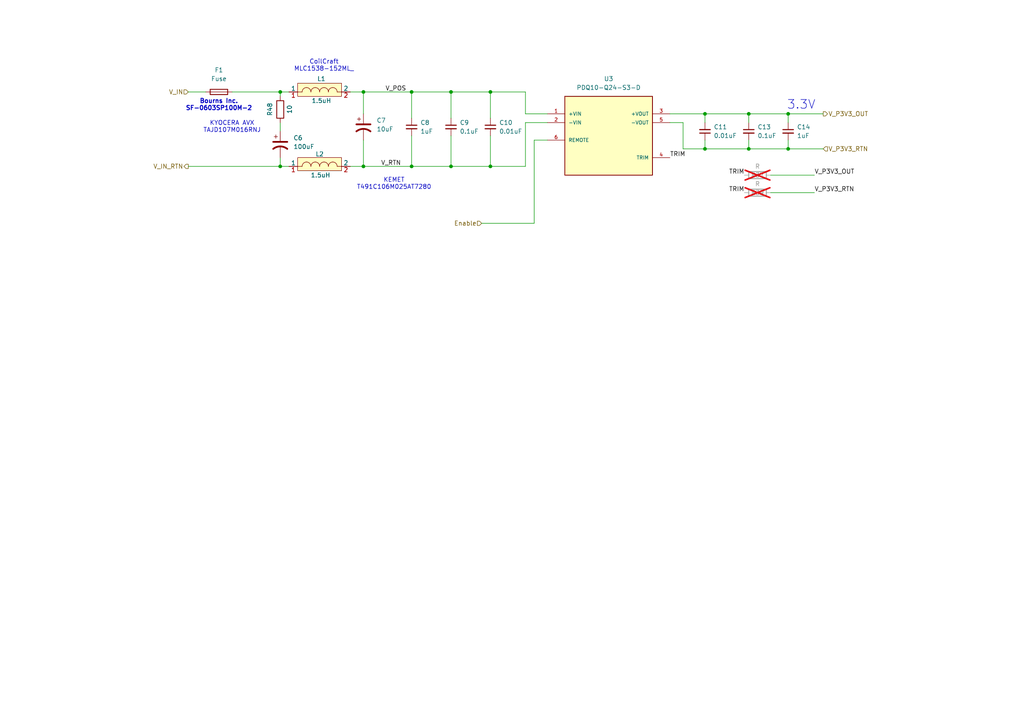
<source format=kicad_sch>
(kicad_sch
	(version 20250114)
	(generator "eeschema")
	(generator_version "9.0")
	(uuid "469251ef-fdc7-41a5-b07e-c3f179f818de")
	(paper "A4")
	(lib_symbols
		(symbol "CUI:PDQ10-Q24-S3-D"
			(pin_names
				(offset 1.016)
			)
			(exclude_from_sim no)
			(in_bom yes)
			(on_board yes)
			(property "Reference" "U"
				(at -12.725 10.1799 0)
				(effects
					(font
						(size 1.27 1.27)
					)
					(justify left bottom)
				)
			)
			(property "Value" "PDQ10-Q24-S3-D"
				(at -12.7248 -15.2698 0)
				(effects
					(font
						(size 1.27 1.27)
					)
					(justify left bottom)
				)
			)
			(property "Footprint" "PDQ10-Q24-S3-D:CONV_PDQ10-Q24-S3-D"
				(at 0 0 0)
				(effects
					(font
						(size 1.27 1.27)
					)
					(justify bottom)
					(hide yes)
				)
			)
			(property "Datasheet" ""
				(at 0 0 0)
				(effects
					(font
						(size 1.27 1.27)
					)
					(hide yes)
				)
			)
			(property "Description" ""
				(at 0 0 0)
				(effects
					(font
						(size 1.27 1.27)
					)
					(hide yes)
				)
			)
			(property "MF" "CUI Inc."
				(at 0 0 0)
				(effects
					(font
						(size 1.27 1.27)
					)
					(justify bottom)
					(hide yes)
				)
			)
			(property "Description_1" "10 W, 4:1 Input Range, Single/Dual Regulated Output, 1500 Vdc Isolation, Dc-Dc Converter"
				(at 0 0 0)
				(effects
					(font
						(size 1.27 1.27)
					)
					(justify bottom)
					(hide yes)
				)
			)
			(property "Package" "DIP-6 CUI"
				(at 0 0 0)
				(effects
					(font
						(size 1.27 1.27)
					)
					(justify bottom)
					(hide yes)
				)
			)
			(property "Price" "None"
				(at 0 0 0)
				(effects
					(font
						(size 1.27 1.27)
					)
					(justify bottom)
					(hide yes)
				)
			)
			(property "Check_prices" "https://www.snapeda.com/parts/PDQ10-Q24-S3-D/CUI/view-part/?ref=eda"
				(at 0 0 0)
				(effects
					(font
						(size 1.27 1.27)
					)
					(justify bottom)
					(hide yes)
				)
			)
			(property "STANDARD" "Manufacturer Recommendations"
				(at 0 0 0)
				(effects
					(font
						(size 1.27 1.27)
					)
					(justify bottom)
					(hide yes)
				)
			)
			(property "PARTREV" "1.0"
				(at 0 0 0)
				(effects
					(font
						(size 1.27 1.27)
					)
					(justify bottom)
					(hide yes)
				)
			)
			(property "SnapEDA_Link" "https://www.snapeda.com/parts/PDQ10-Q24-S3-D/CUI/view-part/?ref=snap"
				(at 0 0 0)
				(effects
					(font
						(size 1.27 1.27)
					)
					(justify bottom)
					(hide yes)
				)
			)
			(property "MP" "PDQ10-Q24-S3-D"
				(at 0 0 0)
				(effects
					(font
						(size 1.27 1.27)
					)
					(justify bottom)
					(hide yes)
				)
			)
			(property "CUI_purchase_URL" "https://www.cui.com/product/dc-dc-converters/isolated/pdq10-d-series?utm_source=snapeda.com&utm_medium=referral&utm_campaign=snapedaBOM"
				(at 0 0 0)
				(effects
					(font
						(size 1.27 1.27)
					)
					(justify bottom)
					(hide yes)
				)
			)
			(property "Availability" "In Stock"
				(at 0 0 0)
				(effects
					(font
						(size 1.27 1.27)
					)
					(justify bottom)
					(hide yes)
				)
			)
			(property "MANUFACTURER" "CUI Inc"
				(at 0 0 0)
				(effects
					(font
						(size 1.27 1.27)
					)
					(justify bottom)
					(hide yes)
				)
			)
			(symbol "PDQ10-Q24-S3-D_0_0"
				(rectangle
					(start -12.7 -12.7)
					(end 12.7 10.16)
					(stroke
						(width 0.254)
						(type default)
					)
					(fill
						(type background)
					)
				)
				(pin input line
					(at -17.78 5.08 0)
					(length 5.08)
					(name "+VIN"
						(effects
							(font
								(size 1.016 1.016)
							)
						)
					)
					(number "1"
						(effects
							(font
								(size 1.016 1.016)
							)
						)
					)
				)
				(pin input line
					(at -17.78 2.54 0)
					(length 5.08)
					(name "-VIN"
						(effects
							(font
								(size 1.016 1.016)
							)
						)
					)
					(number "2"
						(effects
							(font
								(size 1.016 1.016)
							)
						)
					)
				)
				(pin input line
					(at -17.78 -2.54 0)
					(length 5.08)
					(name "REMOTE"
						(effects
							(font
								(size 1.016 1.016)
							)
						)
					)
					(number "6"
						(effects
							(font
								(size 1.016 1.016)
							)
						)
					)
				)
				(pin output line
					(at 17.78 5.08 180)
					(length 5.08)
					(name "+VOUT"
						(effects
							(font
								(size 1.016 1.016)
							)
						)
					)
					(number "3"
						(effects
							(font
								(size 1.016 1.016)
							)
						)
					)
				)
				(pin output line
					(at 17.78 2.54 180)
					(length 5.08)
					(name "-VOUT"
						(effects
							(font
								(size 1.016 1.016)
							)
						)
					)
					(number "5"
						(effects
							(font
								(size 1.016 1.016)
							)
						)
					)
				)
				(pin passive line
					(at 17.78 -7.62 180)
					(length 5.08)
					(name "TRIM"
						(effects
							(font
								(size 1.016 1.016)
							)
						)
					)
					(number "4"
						(effects
							(font
								(size 1.016 1.016)
							)
						)
					)
				)
			)
			(embedded_fonts no)
		)
		(symbol "CoilCraft:MLC7542"
			(pin_names
				(offset 0)
			)
			(exclude_from_sim no)
			(in_bom yes)
			(on_board yes)
			(property "Reference" "L"
				(at 5.334 3.81 0)
				(effects
					(font
						(size 1.27 1.27)
					)
				)
			)
			(property "Value" ""
				(at 6.35 3.302 0)
				(effects
					(font
						(size 1.27 1.27)
					)
				)
			)
			(property "Footprint" ""
				(at 6.35 3.302 0)
				(effects
					(font
						(size 1.27 1.27)
					)
					(hide yes)
				)
			)
			(property "Datasheet" ""
				(at 6.35 3.302 0)
				(effects
					(font
						(size 1.27 1.27)
					)
					(hide yes)
				)
			)
			(property "Description" ""
				(at 6.35 3.302 0)
				(effects
					(font
						(size 1.27 1.27)
					)
					(hide yes)
				)
			)
			(symbol "MLC7542_0_1"
				(arc
					(start 1.27 0)
					(mid 1.642 0.898)
					(end 2.54 1.27)
					(stroke
						(width 0)
						(type default)
					)
					(fill
						(type none)
					)
				)
				(arc
					(start 2.54 1.27)
					(mid 3.438 0.898)
					(end 3.81 0)
					(stroke
						(width 0)
						(type default)
					)
					(fill
						(type none)
					)
				)
				(arc
					(start 3.81 0)
					(mid 4.182 0.898)
					(end 5.08 1.27)
					(stroke
						(width 0)
						(type default)
					)
					(fill
						(type none)
					)
				)
				(arc
					(start 5.08 1.27)
					(mid 5.978 0.898)
					(end 6.35 0)
					(stroke
						(width 0)
						(type default)
					)
					(fill
						(type none)
					)
				)
				(arc
					(start 6.35 0)
					(mid 6.722 0.898)
					(end 7.62 1.27)
					(stroke
						(width 0)
						(type default)
					)
					(fill
						(type none)
					)
				)
				(arc
					(start 7.62 1.27)
					(mid 8.518 0.898)
					(end 8.89 0)
					(stroke
						(width 0)
						(type default)
					)
					(fill
						(type none)
					)
				)
				(arc
					(start 8.89 0)
					(mid 9.262 0.898)
					(end 10.16 1.27)
					(stroke
						(width 0)
						(type default)
					)
					(fill
						(type none)
					)
				)
				(arc
					(start 10.16 1.27)
					(mid 11.058 0.898)
					(end 11.43 0)
					(stroke
						(width 0)
						(type default)
					)
					(fill
						(type none)
					)
				)
			)
			(symbol "MLC7542_1_1"
				(rectangle
					(start 0 2.54)
					(end 12.7 -1.27)
					(stroke
						(width 0)
						(type default)
					)
					(fill
						(type background)
					)
				)
				(polyline
					(pts
						(xy 1.27 0) (xy 0 0)
					)
					(stroke
						(width 0)
						(type default)
					)
					(fill
						(type none)
					)
				)
				(polyline
					(pts
						(xy 11.43 0) (xy 12.7 0)
					)
					(stroke
						(width 0)
						(type default)
					)
					(fill
						(type none)
					)
				)
				(pin bidirectional line
					(at -2.54 0 0)
					(length 2.54)
					(name "1"
						(effects
							(font
								(size 1.27 1.27)
							)
						)
					)
					(number "1"
						(effects
							(font
								(size 1.27 1.27)
							)
						)
					)
				)
				(pin bidirectional line
					(at 15.24 0 180)
					(length 2.54)
					(name "2"
						(effects
							(font
								(size 1.27 1.27)
							)
						)
					)
					(number "2"
						(effects
							(font
								(size 1.27 1.27)
							)
						)
					)
				)
			)
			(embedded_fonts no)
		)
		(symbol "Device:C_Polarized_US"
			(pin_numbers
				(hide yes)
			)
			(pin_names
				(offset 0.254)
				(hide yes)
			)
			(exclude_from_sim no)
			(in_bom yes)
			(on_board yes)
			(property "Reference" "C"
				(at 0.635 2.54 0)
				(effects
					(font
						(size 1.27 1.27)
					)
					(justify left)
				)
			)
			(property "Value" "C_Polarized_US"
				(at 0.635 -2.54 0)
				(effects
					(font
						(size 1.27 1.27)
					)
					(justify left)
				)
			)
			(property "Footprint" ""
				(at 0 0 0)
				(effects
					(font
						(size 1.27 1.27)
					)
					(hide yes)
				)
			)
			(property "Datasheet" "~"
				(at 0 0 0)
				(effects
					(font
						(size 1.27 1.27)
					)
					(hide yes)
				)
			)
			(property "Description" "Polarized capacitor, US symbol"
				(at 0 0 0)
				(effects
					(font
						(size 1.27 1.27)
					)
					(hide yes)
				)
			)
			(property "ki_keywords" "cap capacitor"
				(at 0 0 0)
				(effects
					(font
						(size 1.27 1.27)
					)
					(hide yes)
				)
			)
			(property "ki_fp_filters" "CP_*"
				(at 0 0 0)
				(effects
					(font
						(size 1.27 1.27)
					)
					(hide yes)
				)
			)
			(symbol "C_Polarized_US_0_1"
				(polyline
					(pts
						(xy -2.032 0.762) (xy 2.032 0.762)
					)
					(stroke
						(width 0.508)
						(type default)
					)
					(fill
						(type none)
					)
				)
				(polyline
					(pts
						(xy -1.778 2.286) (xy -0.762 2.286)
					)
					(stroke
						(width 0)
						(type default)
					)
					(fill
						(type none)
					)
				)
				(polyline
					(pts
						(xy -1.27 1.778) (xy -1.27 2.794)
					)
					(stroke
						(width 0)
						(type default)
					)
					(fill
						(type none)
					)
				)
				(arc
					(start -2.032 -1.27)
					(mid 0 -0.5572)
					(end 2.032 -1.27)
					(stroke
						(width 0.508)
						(type default)
					)
					(fill
						(type none)
					)
				)
			)
			(symbol "C_Polarized_US_1_1"
				(pin passive line
					(at 0 3.81 270)
					(length 2.794)
					(name "~"
						(effects
							(font
								(size 1.27 1.27)
							)
						)
					)
					(number "1"
						(effects
							(font
								(size 1.27 1.27)
							)
						)
					)
				)
				(pin passive line
					(at 0 -3.81 90)
					(length 3.302)
					(name "~"
						(effects
							(font
								(size 1.27 1.27)
							)
						)
					)
					(number "2"
						(effects
							(font
								(size 1.27 1.27)
							)
						)
					)
				)
			)
			(embedded_fonts no)
		)
		(symbol "Device:C_Small"
			(pin_numbers
				(hide yes)
			)
			(pin_names
				(offset 0.254)
				(hide yes)
			)
			(exclude_from_sim no)
			(in_bom yes)
			(on_board yes)
			(property "Reference" "C"
				(at 0.254 1.778 0)
				(effects
					(font
						(size 1.27 1.27)
					)
					(justify left)
				)
			)
			(property "Value" "C_Small"
				(at 0.254 -2.032 0)
				(effects
					(font
						(size 1.27 1.27)
					)
					(justify left)
				)
			)
			(property "Footprint" ""
				(at 0 0 0)
				(effects
					(font
						(size 1.27 1.27)
					)
					(hide yes)
				)
			)
			(property "Datasheet" "~"
				(at 0 0 0)
				(effects
					(font
						(size 1.27 1.27)
					)
					(hide yes)
				)
			)
			(property "Description" "Unpolarized capacitor, small symbol"
				(at 0 0 0)
				(effects
					(font
						(size 1.27 1.27)
					)
					(hide yes)
				)
			)
			(property "ki_keywords" "capacitor cap"
				(at 0 0 0)
				(effects
					(font
						(size 1.27 1.27)
					)
					(hide yes)
				)
			)
			(property "ki_fp_filters" "C_*"
				(at 0 0 0)
				(effects
					(font
						(size 1.27 1.27)
					)
					(hide yes)
				)
			)
			(symbol "C_Small_0_1"
				(polyline
					(pts
						(xy -1.524 0.508) (xy 1.524 0.508)
					)
					(stroke
						(width 0.3048)
						(type default)
					)
					(fill
						(type none)
					)
				)
				(polyline
					(pts
						(xy -1.524 -0.508) (xy 1.524 -0.508)
					)
					(stroke
						(width 0.3302)
						(type default)
					)
					(fill
						(type none)
					)
				)
			)
			(symbol "C_Small_1_1"
				(pin passive line
					(at 0 2.54 270)
					(length 2.032)
					(name "~"
						(effects
							(font
								(size 1.27 1.27)
							)
						)
					)
					(number "1"
						(effects
							(font
								(size 1.27 1.27)
							)
						)
					)
				)
				(pin passive line
					(at 0 -2.54 90)
					(length 2.032)
					(name "~"
						(effects
							(font
								(size 1.27 1.27)
							)
						)
					)
					(number "2"
						(effects
							(font
								(size 1.27 1.27)
							)
						)
					)
				)
			)
			(embedded_fonts no)
		)
		(symbol "Device:Fuse"
			(pin_numbers
				(hide yes)
			)
			(pin_names
				(offset 0)
			)
			(exclude_from_sim no)
			(in_bom yes)
			(on_board yes)
			(property "Reference" "F"
				(at 2.032 0 90)
				(effects
					(font
						(size 1.27 1.27)
					)
				)
			)
			(property "Value" "Fuse"
				(at -1.905 0 90)
				(effects
					(font
						(size 1.27 1.27)
					)
				)
			)
			(property "Footprint" ""
				(at -1.778 0 90)
				(effects
					(font
						(size 1.27 1.27)
					)
					(hide yes)
				)
			)
			(property "Datasheet" "~"
				(at 0 0 0)
				(effects
					(font
						(size 1.27 1.27)
					)
					(hide yes)
				)
			)
			(property "Description" "Fuse"
				(at 0 0 0)
				(effects
					(font
						(size 1.27 1.27)
					)
					(hide yes)
				)
			)
			(property "ki_keywords" "fuse"
				(at 0 0 0)
				(effects
					(font
						(size 1.27 1.27)
					)
					(hide yes)
				)
			)
			(property "ki_fp_filters" "*Fuse*"
				(at 0 0 0)
				(effects
					(font
						(size 1.27 1.27)
					)
					(hide yes)
				)
			)
			(symbol "Fuse_0_1"
				(rectangle
					(start -0.762 -2.54)
					(end 0.762 2.54)
					(stroke
						(width 0.254)
						(type default)
					)
					(fill
						(type none)
					)
				)
				(polyline
					(pts
						(xy 0 2.54) (xy 0 -2.54)
					)
					(stroke
						(width 0)
						(type default)
					)
					(fill
						(type none)
					)
				)
			)
			(symbol "Fuse_1_1"
				(pin passive line
					(at 0 3.81 270)
					(length 1.27)
					(name "~"
						(effects
							(font
								(size 1.27 1.27)
							)
						)
					)
					(number "1"
						(effects
							(font
								(size 1.27 1.27)
							)
						)
					)
				)
				(pin passive line
					(at 0 -3.81 90)
					(length 1.27)
					(name "~"
						(effects
							(font
								(size 1.27 1.27)
							)
						)
					)
					(number "2"
						(effects
							(font
								(size 1.27 1.27)
							)
						)
					)
				)
			)
			(embedded_fonts no)
		)
		(symbol "Device:R"
			(pin_numbers
				(hide yes)
			)
			(pin_names
				(offset 0)
			)
			(exclude_from_sim no)
			(in_bom yes)
			(on_board yes)
			(property "Reference" "R"
				(at 2.032 0 90)
				(effects
					(font
						(size 1.27 1.27)
					)
				)
			)
			(property "Value" "R"
				(at 0 0 90)
				(effects
					(font
						(size 1.27 1.27)
					)
				)
			)
			(property "Footprint" ""
				(at -1.778 0 90)
				(effects
					(font
						(size 1.27 1.27)
					)
					(hide yes)
				)
			)
			(property "Datasheet" "~"
				(at 0 0 0)
				(effects
					(font
						(size 1.27 1.27)
					)
					(hide yes)
				)
			)
			(property "Description" "Resistor"
				(at 0 0 0)
				(effects
					(font
						(size 1.27 1.27)
					)
					(hide yes)
				)
			)
			(property "ki_keywords" "R res resistor"
				(at 0 0 0)
				(effects
					(font
						(size 1.27 1.27)
					)
					(hide yes)
				)
			)
			(property "ki_fp_filters" "R_*"
				(at 0 0 0)
				(effects
					(font
						(size 1.27 1.27)
					)
					(hide yes)
				)
			)
			(symbol "R_0_1"
				(rectangle
					(start -1.016 -2.54)
					(end 1.016 2.54)
					(stroke
						(width 0.254)
						(type default)
					)
					(fill
						(type none)
					)
				)
			)
			(symbol "R_1_1"
				(pin passive line
					(at 0 3.81 270)
					(length 1.27)
					(name "~"
						(effects
							(font
								(size 1.27 1.27)
							)
						)
					)
					(number "1"
						(effects
							(font
								(size 1.27 1.27)
							)
						)
					)
				)
				(pin passive line
					(at 0 -3.81 90)
					(length 1.27)
					(name "~"
						(effects
							(font
								(size 1.27 1.27)
							)
						)
					)
					(number "2"
						(effects
							(font
								(size 1.27 1.27)
							)
						)
					)
				)
			)
			(embedded_fonts no)
		)
	)
	(text "Bourns Inc.\nSF-0603SP100M-2"
		(exclude_from_sim no)
		(at 63.5 30.48 0)
		(effects
			(font
				(size 1.27 1.27)
				(thickness 0.254)
				(bold yes)
			)
		)
		(uuid "870b468f-e460-4577-b39c-ef4bcb9aa227")
	)
	(text "KYOCERA AVX\nTAJD107M016RNJ"
		(exclude_from_sim no)
		(at 67.31 36.83 0)
		(effects
			(font
				(size 1.27 1.27)
			)
		)
		(uuid "8efa30cf-d6fd-44c1-8814-24869f7246e4")
	)
	(text "KEMET\nT491C106M025AT7280"
		(exclude_from_sim no)
		(at 114.3 53.34 0)
		(effects
			(font
				(size 1.27 1.27)
			)
		)
		(uuid "c5ebe88a-52fd-4252-b6b7-f99e90bd4824")
	)
	(text "CoilCraft\nMLC1538-152ML_"
		(exclude_from_sim no)
		(at 93.98 19.05 0)
		(effects
			(font
				(size 1.27 1.27)
			)
		)
		(uuid "c96c875b-ba76-41cb-946b-03b6178ef8f6")
	)
	(text "3.3V"
		(exclude_from_sim no)
		(at 232.41 30.48 0)
		(effects
			(font
				(size 2.54 2.54)
			)
		)
		(uuid "fb79b4a4-3e2c-4dd0-a9a6-9756497fc68d")
	)
	(junction
		(at 217.17 33.02)
		(diameter 0)
		(color 0 0 0 0)
		(uuid "037775c5-88c2-44fe-b594-3e7ecbd6a798")
	)
	(junction
		(at 142.24 26.67)
		(diameter 0)
		(color 0 0 0 0)
		(uuid "0955f71a-533d-472f-8ae2-8310cbaecd4c")
	)
	(junction
		(at 81.28 26.67)
		(diameter 0)
		(color 0 0 0 0)
		(uuid "0c120aa7-f0bd-4653-b165-3f83648985be")
	)
	(junction
		(at 81.28 48.26)
		(diameter 0)
		(color 0 0 0 0)
		(uuid "163b7de0-7f41-4343-814d-626f6994728e")
	)
	(junction
		(at 130.81 26.67)
		(diameter 0)
		(color 0 0 0 0)
		(uuid "2038201d-879f-4098-b15d-044bf58de084")
	)
	(junction
		(at 204.47 43.18)
		(diameter 0)
		(color 0 0 0 0)
		(uuid "2890caa6-ee36-455d-a1ba-a65944f60697")
	)
	(junction
		(at 142.24 48.26)
		(diameter 0)
		(color 0 0 0 0)
		(uuid "4f544eca-b68e-470a-89d3-9dd5f9d42543")
	)
	(junction
		(at 119.38 48.26)
		(diameter 0)
		(color 0 0 0 0)
		(uuid "58511d6e-6d21-44c5-be42-518437ccdd82")
	)
	(junction
		(at 217.17 43.18)
		(diameter 0)
		(color 0 0 0 0)
		(uuid "5b349b79-e988-430f-87cb-09f94b3107be")
	)
	(junction
		(at 204.47 33.02)
		(diameter 0)
		(color 0 0 0 0)
		(uuid "5e6cf777-d251-48a2-ae20-7659abe9b7d0")
	)
	(junction
		(at 228.6 43.18)
		(diameter 0)
		(color 0 0 0 0)
		(uuid "654ff6c4-cc04-4b64-86ce-1ba2ec6014ef")
	)
	(junction
		(at 119.38 26.67)
		(diameter 0)
		(color 0 0 0 0)
		(uuid "69f1ba70-6f24-4d4c-b338-2efd9c314279")
	)
	(junction
		(at 130.81 48.26)
		(diameter 0)
		(color 0 0 0 0)
		(uuid "8449b902-205e-49e6-a1b5-8401cdf5d519")
	)
	(junction
		(at 228.6 33.02)
		(diameter 0)
		(color 0 0 0 0)
		(uuid "95124cab-5eaa-4506-a84e-eb23165143df")
	)
	(junction
		(at 105.41 26.67)
		(diameter 0)
		(color 0 0 0 0)
		(uuid "99c8a475-4ce8-45cb-b874-2df5d61c0394")
	)
	(junction
		(at 105.41 48.26)
		(diameter 0)
		(color 0 0 0 0)
		(uuid "c0031dce-3a4b-4294-ab47-ccfbb70326ab")
	)
	(wire
		(pts
			(xy 54.61 26.67) (xy 59.69 26.67)
		)
		(stroke
			(width 0)
			(type default)
		)
		(uuid "05c54a07-4f6e-467b-a259-ae7c4589bf3a")
	)
	(wire
		(pts
			(xy 198.12 43.18) (xy 198.12 35.56)
		)
		(stroke
			(width 0)
			(type default)
		)
		(uuid "168b18eb-489d-47ba-bd9f-695090fe5cb6")
	)
	(wire
		(pts
			(xy 152.4 26.67) (xy 152.4 33.02)
		)
		(stroke
			(width 0)
			(type default)
		)
		(uuid "1836bc67-978b-4645-bfa4-5b288f464057")
	)
	(wire
		(pts
			(xy 204.47 43.18) (xy 217.17 43.18)
		)
		(stroke
			(width 0)
			(type default)
		)
		(uuid "18a007f1-fc8e-4f49-9512-5c3a2c0c8b8f")
	)
	(wire
		(pts
			(xy 228.6 43.18) (xy 238.76 43.18)
		)
		(stroke
			(width 0)
			(type default)
		)
		(uuid "20cd3366-ece5-4130-b3c7-2942c8b0abd6")
	)
	(wire
		(pts
			(xy 228.6 40.64) (xy 228.6 43.18)
		)
		(stroke
			(width 0)
			(type default)
		)
		(uuid "23104872-7426-465d-aa26-71a9b6825d87")
	)
	(wire
		(pts
			(xy 223.52 50.8) (xy 236.22 50.8)
		)
		(stroke
			(width 0)
			(type default)
		)
		(uuid "233639f7-7c97-4efc-9338-8ee71635bbba")
	)
	(wire
		(pts
			(xy 130.81 39.37) (xy 130.81 48.26)
		)
		(stroke
			(width 0)
			(type default)
		)
		(uuid "262902ad-5b78-4072-bf66-2e4743c5fa3b")
	)
	(wire
		(pts
			(xy 142.24 39.37) (xy 142.24 48.26)
		)
		(stroke
			(width 0)
			(type default)
		)
		(uuid "291cf113-da50-4c24-8097-6a3540d68411")
	)
	(wire
		(pts
			(xy 154.94 40.64) (xy 154.94 64.77)
		)
		(stroke
			(width 0)
			(type default)
		)
		(uuid "323ab4e5-2d58-4098-b690-d90d7a320a13")
	)
	(wire
		(pts
			(xy 228.6 33.02) (xy 238.76 33.02)
		)
		(stroke
			(width 0)
			(type default)
		)
		(uuid "343a55ed-960e-4964-a284-f913d4142e7a")
	)
	(wire
		(pts
			(xy 81.28 35.56) (xy 81.28 38.1)
		)
		(stroke
			(width 0)
			(type default)
		)
		(uuid "34e759e9-478e-4c86-a6a4-74fbe93bd9b1")
	)
	(wire
		(pts
			(xy 81.28 45.72) (xy 81.28 48.26)
		)
		(stroke
			(width 0)
			(type default)
		)
		(uuid "393fffbb-f924-49d0-8886-70b5caa2408d")
	)
	(wire
		(pts
			(xy 204.47 43.18) (xy 204.47 40.64)
		)
		(stroke
			(width 0)
			(type default)
		)
		(uuid "3ff245b7-64c2-4b72-9b51-80dd710f0022")
	)
	(wire
		(pts
			(xy 223.52 55.88) (xy 236.22 55.88)
		)
		(stroke
			(width 0)
			(type default)
		)
		(uuid "44e141b2-4a7e-4b26-b23a-0abb9b8f9d0a")
	)
	(wire
		(pts
			(xy 81.28 48.26) (xy 83.82 48.26)
		)
		(stroke
			(width 0)
			(type default)
		)
		(uuid "49da5f45-62ab-4ed5-a315-ce3244afae3e")
	)
	(wire
		(pts
			(xy 217.17 33.02) (xy 228.6 33.02)
		)
		(stroke
			(width 0)
			(type default)
		)
		(uuid "4b5735de-b2eb-4387-bae8-2fb569e56b43")
	)
	(wire
		(pts
			(xy 217.17 40.64) (xy 217.17 43.18)
		)
		(stroke
			(width 0)
			(type default)
		)
		(uuid "4b8b3250-cdc7-4518-8d69-5684d0c77d77")
	)
	(wire
		(pts
			(xy 204.47 33.02) (xy 217.17 33.02)
		)
		(stroke
			(width 0)
			(type default)
		)
		(uuid "5ccfd18d-d275-431a-a7f1-cb313d330413")
	)
	(wire
		(pts
			(xy 119.38 39.37) (xy 119.38 48.26)
		)
		(stroke
			(width 0)
			(type default)
		)
		(uuid "5fb73e94-f3ca-43a8-952e-996c410abf4b")
	)
	(wire
		(pts
			(xy 228.6 43.18) (xy 217.17 43.18)
		)
		(stroke
			(width 0)
			(type default)
		)
		(uuid "5ff54c47-0e47-4229-a06f-064bb4d98d72")
	)
	(wire
		(pts
			(xy 105.41 48.26) (xy 101.6 48.26)
		)
		(stroke
			(width 0)
			(type default)
		)
		(uuid "6e1f4a4f-61ce-4de5-b9c6-c0e0590f8a74")
	)
	(wire
		(pts
			(xy 204.47 33.02) (xy 204.47 35.56)
		)
		(stroke
			(width 0)
			(type default)
		)
		(uuid "7314e8c7-e099-4379-b87b-93b7e7c6f81b")
	)
	(wire
		(pts
			(xy 198.12 35.56) (xy 194.31 35.56)
		)
		(stroke
			(width 0)
			(type default)
		)
		(uuid "7488d630-605b-4547-9620-61ac86a91c54")
	)
	(wire
		(pts
			(xy 130.81 26.67) (xy 142.24 26.67)
		)
		(stroke
			(width 0)
			(type default)
		)
		(uuid "77b02cc0-4281-4c0d-b256-71f0ba9fbf47")
	)
	(wire
		(pts
			(xy 152.4 33.02) (xy 158.75 33.02)
		)
		(stroke
			(width 0)
			(type default)
		)
		(uuid "7a9d5c53-9775-4de9-9e04-9042fe00dd2e")
	)
	(wire
		(pts
			(xy 105.41 26.67) (xy 101.6 26.67)
		)
		(stroke
			(width 0)
			(type default)
		)
		(uuid "7f8b2ba4-502e-47cd-badb-d3d87eabf22f")
	)
	(wire
		(pts
			(xy 81.28 26.67) (xy 83.82 26.67)
		)
		(stroke
			(width 0)
			(type default)
		)
		(uuid "80986106-91a9-4c05-b5f3-8bb62a7dcc89")
	)
	(wire
		(pts
			(xy 54.61 48.26) (xy 81.28 48.26)
		)
		(stroke
			(width 0)
			(type default)
		)
		(uuid "8e4324f0-c63e-4813-816b-8a12e9bfaa10")
	)
	(wire
		(pts
			(xy 105.41 40.64) (xy 105.41 48.26)
		)
		(stroke
			(width 0)
			(type default)
		)
		(uuid "90252fc6-050d-43fb-9c93-a0250fc4fa9d")
	)
	(wire
		(pts
			(xy 119.38 26.67) (xy 130.81 26.67)
		)
		(stroke
			(width 0)
			(type default)
		)
		(uuid "93f4dd5c-8c11-4195-bee9-81f050cbdc4a")
	)
	(wire
		(pts
			(xy 130.81 48.26) (xy 119.38 48.26)
		)
		(stroke
			(width 0)
			(type default)
		)
		(uuid "9d152559-e13c-4c3c-b33e-fc616f38849e")
	)
	(wire
		(pts
			(xy 152.4 35.56) (xy 152.4 48.26)
		)
		(stroke
			(width 0)
			(type default)
		)
		(uuid "9dab66da-3a3e-4087-8a3c-c506f7224c95")
	)
	(wire
		(pts
			(xy 142.24 48.26) (xy 130.81 48.26)
		)
		(stroke
			(width 0)
			(type default)
		)
		(uuid "9f34cabe-a013-4d47-be3d-600f5e335d23")
	)
	(wire
		(pts
			(xy 142.24 26.67) (xy 152.4 26.67)
		)
		(stroke
			(width 0)
			(type default)
		)
		(uuid "9f4ae868-2b4a-47ec-84ae-267f42399a7b")
	)
	(wire
		(pts
			(xy 154.94 64.77) (xy 139.7 64.77)
		)
		(stroke
			(width 0)
			(type default)
		)
		(uuid "a0052d6d-f4ab-4437-b10a-c3ad0cd336f9")
	)
	(wire
		(pts
			(xy 119.38 48.26) (xy 105.41 48.26)
		)
		(stroke
			(width 0)
			(type default)
		)
		(uuid "a6650882-9756-4d36-8925-77347564ffab")
	)
	(wire
		(pts
			(xy 158.75 40.64) (xy 154.94 40.64)
		)
		(stroke
			(width 0)
			(type default)
		)
		(uuid "af0c66b9-9906-45c9-99ef-0d2e6a0c2308")
	)
	(wire
		(pts
			(xy 194.31 33.02) (xy 204.47 33.02)
		)
		(stroke
			(width 0)
			(type default)
		)
		(uuid "b7d91c7b-9025-4014-a5db-8b8c8102ce03")
	)
	(wire
		(pts
			(xy 228.6 33.02) (xy 228.6 35.56)
		)
		(stroke
			(width 0)
			(type default)
		)
		(uuid "bcc28341-d44e-4050-9276-cbeefaf0843f")
	)
	(wire
		(pts
			(xy 105.41 33.02) (xy 105.41 26.67)
		)
		(stroke
			(width 0)
			(type default)
		)
		(uuid "cbd941eb-612e-452f-9427-9d008fe91674")
	)
	(wire
		(pts
			(xy 105.41 26.67) (xy 119.38 26.67)
		)
		(stroke
			(width 0)
			(type default)
		)
		(uuid "ce14c83e-30cd-4656-86eb-3722bf876799")
	)
	(wire
		(pts
			(xy 158.75 35.56) (xy 152.4 35.56)
		)
		(stroke
			(width 0)
			(type default)
		)
		(uuid "de144302-294d-437d-884b-162d2a033b32")
	)
	(wire
		(pts
			(xy 152.4 48.26) (xy 142.24 48.26)
		)
		(stroke
			(width 0)
			(type default)
		)
		(uuid "e0296ce1-f88d-4057-83cb-1dfc41f74d12")
	)
	(wire
		(pts
			(xy 204.47 43.18) (xy 198.12 43.18)
		)
		(stroke
			(width 0)
			(type default)
		)
		(uuid "e378a213-ccda-4f06-bc81-f995b8ee161f")
	)
	(wire
		(pts
			(xy 142.24 26.67) (xy 142.24 34.29)
		)
		(stroke
			(width 0)
			(type default)
		)
		(uuid "e8542061-9e09-4082-b5ae-e8af625f5ff0")
	)
	(wire
		(pts
			(xy 81.28 27.94) (xy 81.28 26.67)
		)
		(stroke
			(width 0)
			(type default)
		)
		(uuid "e993508f-4d60-4745-9ba9-3344e486fa41")
	)
	(wire
		(pts
			(xy 130.81 26.67) (xy 130.81 34.29)
		)
		(stroke
			(width 0)
			(type default)
		)
		(uuid "ef9f816f-c408-4daf-888e-b948d2406a3d")
	)
	(wire
		(pts
			(xy 67.31 26.67) (xy 81.28 26.67)
		)
		(stroke
			(width 0)
			(type default)
		)
		(uuid "f13ddf75-d1e5-4a05-8722-3a9b6377570b")
	)
	(wire
		(pts
			(xy 119.38 26.67) (xy 119.38 34.29)
		)
		(stroke
			(width 0)
			(type default)
		)
		(uuid "f48281b4-e752-4cf8-ae6e-e16cb82c907a")
	)
	(wire
		(pts
			(xy 217.17 33.02) (xy 217.17 35.56)
		)
		(stroke
			(width 0)
			(type default)
		)
		(uuid "f7f80f5e-b1b0-44b9-a87e-ec52e2d5bc65")
	)
	(label "TRIM"
		(at 215.9 50.8 180)
		(effects
			(font
				(size 1.27 1.27)
			)
			(justify right bottom)
		)
		(uuid "1ee11df4-e515-4231-b4cc-287029a4a8a2")
	)
	(label "V_P3V3_OUT"
		(at 236.22 50.8 0)
		(effects
			(font
				(size 1.27 1.27)
			)
			(justify left bottom)
		)
		(uuid "4cd41d78-3b21-4d58-9bb8-8c872684a1d2")
	)
	(label "V_POS"
		(at 111.76 26.67 0)
		(effects
			(font
				(size 1.27 1.27)
			)
			(justify left bottom)
		)
		(uuid "559c1582-1401-4f41-a692-c89445867165")
	)
	(label "TRIM"
		(at 194.31 45.72 0)
		(effects
			(font
				(size 1.27 1.27)
			)
			(justify left bottom)
		)
		(uuid "7d1494ef-e07b-4e82-939d-e4b41b6fb934")
	)
	(label "TRIM"
		(at 215.9 55.88 180)
		(effects
			(font
				(size 1.27 1.27)
			)
			(justify right bottom)
		)
		(uuid "ad162578-6eff-4295-b4be-214d13ae46df")
	)
	(label "V_P3V3_RTN"
		(at 236.22 55.88 0)
		(effects
			(font
				(size 1.27 1.27)
			)
			(justify left bottom)
		)
		(uuid "d074355b-924c-4429-aec5-125758b23747")
	)
	(label "V_RTN"
		(at 110.49 48.26 0)
		(effects
			(font
				(size 1.27 1.27)
			)
			(justify left bottom)
		)
		(uuid "e63b07b5-fed9-47db-b133-a8e07c8e1d27")
	)
	(hierarchical_label "V_P3V3_RTN"
		(shape input)
		(at 238.76 43.18 0)
		(effects
			(font
				(size 1.27 1.27)
			)
			(justify left)
		)
		(uuid "25c7eec9-c312-4020-87ca-efec77ec1b51")
	)
	(hierarchical_label "V_IN"
		(shape input)
		(at 54.61 26.67 180)
		(effects
			(font
				(size 1.27 1.27)
			)
			(justify right)
		)
		(uuid "8ebc4bdd-b7c5-491a-8008-5d12608c95c8")
	)
	(hierarchical_label "Enable"
		(shape input)
		(at 139.7 64.77 180)
		(effects
			(font
				(size 1.27 1.27)
			)
			(justify right)
		)
		(uuid "daf0c3dc-7e04-4702-97b2-ddb6e50c37d8")
	)
	(hierarchical_label "V_IN_RTN"
		(shape output)
		(at 54.61 48.26 180)
		(effects
			(font
				(size 1.27 1.27)
			)
			(justify right)
		)
		(uuid "f2bd11c3-f8c9-4c03-928f-75373f84b623")
	)
	(hierarchical_label "V_P3V3_OUT"
		(shape output)
		(at 238.76 33.02 0)
		(effects
			(font
				(size 1.27 1.27)
			)
			(justify left)
		)
		(uuid "f3b6022a-771a-47f1-baa4-6e8f9c157c99")
	)
	(symbol
		(lib_id "Device:R")
		(at 219.71 50.8 90)
		(unit 1)
		(exclude_from_sim no)
		(in_bom yes)
		(on_board yes)
		(dnp yes)
		(uuid "0702c71c-885b-4523-8428-487041e0bbf5")
		(property "Reference" "R37"
			(at 219.71 50.8 90)
			(effects
				(font
					(size 1.27 1.27)
				)
			)
		)
		(property "Value" "R"
			(at 219.71 48.26 90)
			(effects
				(font
					(size 1.27 1.27)
				)
			)
		)
		(property "Footprint" "Resistor_SMD:R_0805_2012Metric"
			(at 219.71 52.578 90)
			(effects
				(font
					(size 1.27 1.27)
				)
				(hide yes)
			)
		)
		(property "Datasheet" "~"
			(at 219.71 50.8 0)
			(effects
				(font
					(size 1.27 1.27)
				)
				(hide yes)
			)
		)
		(property "Description" "Resistor"
			(at 219.71 50.8 0)
			(effects
				(font
					(size 1.27 1.27)
				)
				(hide yes)
			)
		)
		(property "Dist. Part Num" ""
			(at 219.71 50.8 0)
			(effects
				(font
					(size 1.27 1.27)
				)
				(hide yes)
			)
		)
		(property "Distributor" ""
			(at 219.71 50.8 0)
			(effects
				(font
					(size 1.27 1.27)
				)
				(hide yes)
			)
		)
		(property "Package" "0805 (2012 Metric)"
			(at 219.71 50.8 0)
			(effects
				(font
					(size 1.27 1.27)
				)
				(hide yes)
			)
		)
		(property "Part Type" "SMD"
			(at 219.71 50.8 0)
			(effects
				(font
					(size 1.27 1.27)
				)
				(hide yes)
			)
		)
		(property "Man. Part Num" "DO NOT POPULATE"
			(at 219.71 50.8 0)
			(effects
				(font
					(size 1.27 1.27)
				)
				(hide yes)
			)
		)
		(property "Manufacturer" "DO NOT POPULATE"
			(at 219.71 50.8 0)
			(effects
				(font
					(size 1.27 1.27)
				)
				(hide yes)
			)
		)
		(pin "2"
			(uuid "a1bdc1b6-6dbb-44e7-aa03-9eba112270b4")
		)
		(pin "1"
			(uuid "41c5cc0b-5759-4f2e-98b5-c6e0df9356e0")
		)
		(instances
			(project "4_COLD_TPC_SiPM_Pre_Amp"
				(path "/82db3d13-eee7-4cef-9304-5eb9febba289/08b7f556-8436-464d-a02b-57cafe49e6d3/8a1c4f8b-bcaf-49d4-847b-1b0ba4d20e7f/9d41f7de-9d6c-4469-8dfd-a4af00930949"
					(reference "R37")
					(unit 1)
				)
			)
		)
	)
	(symbol
		(lib_id "Device:R")
		(at 81.28 31.75 180)
		(unit 1)
		(exclude_from_sim no)
		(in_bom yes)
		(on_board yes)
		(dnp no)
		(uuid "07b0f62a-e3f2-48d3-af42-a89db0e703ce")
		(property "Reference" "R48"
			(at 78.2754 31.715 90)
			(effects
				(font
					(size 1.27 1.27)
				)
			)
		)
		(property "Value" "10"
			(at 83.9764 31.715 90)
			(effects
				(font
					(size 1.27 1.27)
				)
			)
		)
		(property "Footprint" "Resistor_SMD:R_0603_1608Metric"
			(at 83.058 31.75 90)
			(effects
				(font
					(size 1.27 1.27)
				)
				(hide yes)
			)
		)
		(property "Datasheet" "https://www.seielect.com/catalog/sei-rmcf_rmcp.pdf"
			(at 81.28 31.75 0)
			(effects
				(font
					(size 1.27 1.27)
				)
				(hide yes)
			)
		)
		(property "Description" "10 Ohms ±1% 0.1W, 1/10W Chip Resistor 0603 (1608 Metric) Automotive AEC-Q200 Thick Film"
			(at 81.28 31.75 0)
			(effects
				(font
					(size 1.27 1.27)
				)
				(hide yes)
			)
		)
		(property "Dist. Part Num" "RMCF0603FT10R0CT-ND"
			(at 81.28 31.75 0)
			(effects
				(font
					(size 1.27 1.27)
				)
				(hide yes)
			)
		)
		(property "Distributor" "Digi-Key"
			(at 81.28 31.75 0)
			(effects
				(font
					(size 1.27 1.27)
				)
				(hide yes)
			)
		)
		(property "Man. Part Num" "RMCF0603FT10R0"
			(at 81.28 31.75 0)
			(effects
				(font
					(size 1.27 1.27)
				)
				(hide yes)
			)
		)
		(property "Manufacturer" "Stackpole Electronics Inc"
			(at 81.28 31.75 0)
			(effects
				(font
					(size 1.27 1.27)
				)
				(hide yes)
			)
		)
		(property "Package" "0603 (1608 Metric) "
			(at 81.28 31.75 0)
			(effects
				(font
					(size 1.27 1.27)
				)
				(hide yes)
			)
		)
		(property "Part Type" "SMD"
			(at 81.28 31.75 0)
			(effects
				(font
					(size 1.27 1.27)
				)
				(hide yes)
			)
		)
		(pin "2"
			(uuid "6d5e5862-e3d8-4a0c-9755-0be29518ca0e")
		)
		(pin "1"
			(uuid "6e1a5a4c-bd83-415a-95b0-e0f5ea75a781")
		)
		(instances
			(project "4_COLD_TPC_SiPM_Pre_Amp"
				(path "/82db3d13-eee7-4cef-9304-5eb9febba289/08b7f556-8436-464d-a02b-57cafe49e6d3/8a1c4f8b-bcaf-49d4-847b-1b0ba4d20e7f/9d41f7de-9d6c-4469-8dfd-a4af00930949"
					(reference "R48")
					(unit 1)
				)
			)
		)
	)
	(symbol
		(lib_id "Device:C_Small")
		(at 119.38 36.83 0)
		(unit 1)
		(exclude_from_sim no)
		(in_bom yes)
		(on_board yes)
		(dnp no)
		(fields_autoplaced yes)
		(uuid "0bea7fd6-6c92-40d7-91d4-c5ca22b89074")
		(property "Reference" "C8"
			(at 121.92 35.5662 0)
			(effects
				(font
					(size 1.27 1.27)
				)
				(justify left)
			)
		)
		(property "Value" "1uF"
			(at 121.92 38.1062 0)
			(effects
				(font
					(size 1.27 1.27)
				)
				(justify left)
			)
		)
		(property "Footprint" "Capacitor_SMD:C_0603_1608Metric"
			(at 119.38 36.83 0)
			(effects
				(font
					(size 1.27 1.27)
				)
				(hide yes)
			)
		)
		(property "Datasheet" "https://weblib.samsungsem.com/mlcc/mlcc-ec-data-sheet.do?partNumber=CL10B105KO8NNN"
			(at 119.38 36.83 0)
			(effects
				(font
					(size 1.27 1.27)
				)
				(hide yes)
			)
		)
		(property "Description" "1 µF ±10% 16V Ceramic Capacitor X7R 0603 (1608 Metric)"
			(at 119.38 36.83 0)
			(effects
				(font
					(size 1.27 1.27)
				)
				(hide yes)
			)
		)
		(property "Dist. Part Num" "1276-1019-1-ND"
			(at 119.38 36.83 0)
			(effects
				(font
					(size 1.27 1.27)
				)
				(hide yes)
			)
		)
		(property "Distributor" "Digi-Key"
			(at 119.38 36.83 0)
			(effects
				(font
					(size 1.27 1.27)
				)
				(hide yes)
			)
		)
		(property "Man. Part Num" "CL10B105KO8NNNC"
			(at 119.38 36.83 0)
			(effects
				(font
					(size 1.27 1.27)
				)
				(hide yes)
			)
		)
		(property "Manufacturer" "Samsung Electro-Mechanics"
			(at 119.38 36.83 0)
			(effects
				(font
					(size 1.27 1.27)
				)
				(hide yes)
			)
		)
		(property "Package" "0603 (1608 Metric)"
			(at 119.38 36.83 0)
			(effects
				(font
					(size 1.27 1.27)
				)
				(hide yes)
			)
		)
		(pin "2"
			(uuid "4d357107-d62b-479f-99c1-aaffe08d99f5")
		)
		(pin "1"
			(uuid "38e985b0-1fc7-41f9-8bf9-f9091446e9fd")
		)
		(instances
			(project "4_COLD_TPC_SiPM_Pre_Amp"
				(path "/82db3d13-eee7-4cef-9304-5eb9febba289/08b7f556-8436-464d-a02b-57cafe49e6d3/8a1c4f8b-bcaf-49d4-847b-1b0ba4d20e7f/9d41f7de-9d6c-4469-8dfd-a4af00930949"
					(reference "C8")
					(unit 1)
				)
			)
		)
	)
	(symbol
		(lib_id "Device:R")
		(at 219.71 55.88 90)
		(unit 1)
		(exclude_from_sim no)
		(in_bom yes)
		(on_board yes)
		(dnp yes)
		(uuid "28c29b0e-f0b3-44d3-a62f-5c2f1b2afe09")
		(property "Reference" "R39"
			(at 219.71 55.88 90)
			(effects
				(font
					(size 1.27 1.27)
				)
			)
		)
		(property "Value" "R"
			(at 219.71 53.34 90)
			(effects
				(font
					(size 1.27 1.27)
				)
			)
		)
		(property "Footprint" "Resistor_SMD:R_0805_2012Metric"
			(at 219.71 57.658 90)
			(effects
				(font
					(size 1.27 1.27)
				)
				(hide yes)
			)
		)
		(property "Datasheet" "~"
			(at 219.71 55.88 0)
			(effects
				(font
					(size 1.27 1.27)
				)
				(hide yes)
			)
		)
		(property "Description" "Resistor"
			(at 219.71 55.88 0)
			(effects
				(font
					(size 1.27 1.27)
				)
				(hide yes)
			)
		)
		(property "Dist. Part Num" ""
			(at 219.71 55.88 0)
			(effects
				(font
					(size 1.27 1.27)
				)
				(hide yes)
			)
		)
		(property "Distributor" ""
			(at 219.71 55.88 0)
			(effects
				(font
					(size 1.27 1.27)
				)
				(hide yes)
			)
		)
		(property "Package" "0805 (2012 Metric)"
			(at 219.71 55.88 0)
			(effects
				(font
					(size 1.27 1.27)
				)
				(hide yes)
			)
		)
		(property "Part Type" "SMD"
			(at 219.71 55.88 0)
			(effects
				(font
					(size 1.27 1.27)
				)
				(hide yes)
			)
		)
		(property "Man. Part Num" "DO NOT POPULATE"
			(at 219.71 55.88 0)
			(effects
				(font
					(size 1.27 1.27)
				)
				(hide yes)
			)
		)
		(property "Manufacturer" "DO NOT POPULATE"
			(at 219.71 55.88 0)
			(effects
				(font
					(size 1.27 1.27)
				)
				(hide yes)
			)
		)
		(pin "2"
			(uuid "f38535d8-3b0f-4532-aead-7d14a8bbc895")
		)
		(pin "1"
			(uuid "12c57b2a-f7b7-4488-8a60-26f4900cb657")
		)
		(instances
			(project "4_COLD_TPC_SiPM_Pre_Amp"
				(path "/82db3d13-eee7-4cef-9304-5eb9febba289/08b7f556-8436-464d-a02b-57cafe49e6d3/8a1c4f8b-bcaf-49d4-847b-1b0ba4d20e7f/9d41f7de-9d6c-4469-8dfd-a4af00930949"
					(reference "R39")
					(unit 1)
				)
			)
		)
	)
	(symbol
		(lib_id "Device:C_Polarized_US")
		(at 105.41 36.83 0)
		(unit 1)
		(exclude_from_sim no)
		(in_bom yes)
		(on_board yes)
		(dnp no)
		(fields_autoplaced yes)
		(uuid "2ca02cc0-f3fa-43ba-969d-8f449c592ffe")
		(property "Reference" "C7"
			(at 109.22 34.9249 0)
			(effects
				(font
					(size 1.27 1.27)
				)
				(justify left)
			)
		)
		(property "Value" "10uF"
			(at 109.22 37.4649 0)
			(effects
				(font
					(size 1.27 1.27)
				)
				(justify left)
			)
		)
		(property "Footprint" "Capacitor_Tantalum_SMD:CP_EIA-3216-12_Kemet-S"
			(at 105.41 36.83 0)
			(effects
				(font
					(size 1.27 1.27)
				)
				(hide yes)
			)
		)
		(property "Datasheet" "~https://content.kemet.com/datasheets/KEM_T2005_T491.pdf"
			(at 105.41 36.83 0)
			(effects
				(font
					(size 1.27 1.27)
				)
				(hide yes)
			)
		)
		(property "Description" "10 µF Molded Tantalum Capacitors 16 V 1206 (3216 Metric) 7Ohm"
			(at 105.41 36.83 0)
			(effects
				(font
					(size 1.27 1.27)
				)
				(hide yes)
			)
		)
		(property "Dist. Part Num" "399-3687-1-ND"
			(at 105.41 36.83 0)
			(effects
				(font
					(size 1.27 1.27)
				)
				(hide yes)
			)
		)
		(property "Distributor" "Digi-Key"
			(at 105.41 36.83 0)
			(effects
				(font
					(size 1.27 1.27)
				)
				(hide yes)
			)
		)
		(property "Man. Part Num" "T491A106M016AT"
			(at 105.41 36.83 0)
			(effects
				(font
					(size 1.27 1.27)
				)
				(hide yes)
			)
		)
		(property "Manufacturer" "KYOCERA AVX"
			(at 105.41 36.83 0)
			(effects
				(font
					(size 1.27 1.27)
				)
				(hide yes)
			)
		)
		(property "Package" "1206 (3216 Metric)"
			(at 105.41 36.83 0)
			(effects
				(font
					(size 1.27 1.27)
				)
				(hide yes)
			)
		)
		(property "Part Type" "SMD"
			(at 105.41 36.83 0)
			(effects
				(font
					(size 1.27 1.27)
				)
				(hide yes)
			)
		)
		(pin "1"
			(uuid "81477537-3765-4e50-bb68-a908dc9f6342")
		)
		(pin "2"
			(uuid "17ea113a-13a8-4790-a35a-facd65635c4f")
		)
		(instances
			(project "4_COLD_TPC_SiPM_Pre_Amp"
				(path "/82db3d13-eee7-4cef-9304-5eb9febba289/08b7f556-8436-464d-a02b-57cafe49e6d3/8a1c4f8b-bcaf-49d4-847b-1b0ba4d20e7f/9d41f7de-9d6c-4469-8dfd-a4af00930949"
					(reference "C7")
					(unit 1)
				)
			)
		)
	)
	(symbol
		(lib_id "Device:Fuse")
		(at 63.5 26.67 90)
		(unit 1)
		(exclude_from_sim no)
		(in_bom yes)
		(on_board yes)
		(dnp no)
		(fields_autoplaced yes)
		(uuid "4f38d39b-1445-4db0-a413-23e4d749f972")
		(property "Reference" "F1"
			(at 63.5 20.32 90)
			(effects
				(font
					(size 1.27 1.27)
				)
			)
		)
		(property "Value" "Fuse"
			(at 63.5 22.86 90)
			(effects
				(font
					(size 1.27 1.27)
				)
			)
		)
		(property "Footprint" "Resistor_SMD:R_0603_1608Metric"
			(at 63.5 28.448 90)
			(effects
				(font
					(size 1.27 1.27)
				)
				(hide yes)
			)
		)
		(property "Datasheet" "https://www.bourns.com/docs/product-datasheets/sf-0603sp-m.pdf?sfvrsn=4a8676f6_13"
			(at 63.5 26.67 0)
			(effects
				(font
					(size 1.27 1.27)
				)
				(hide yes)
			)
		)
		(property "Description" "1 A AC 32 V DC Fuse Board Mount (Cartridge Style Excluded) Surface Mount 0603 (1608 Metric)"
			(at 63.5 26.67 0)
			(effects
				(font
					(size 1.27 1.27)
				)
				(hide yes)
			)
		)
		(property "Dist. Part Num" "SF-0603SP100M-2CT-ND"
			(at 63.5 26.67 0)
			(effects
				(font
					(size 1.27 1.27)
				)
				(hide yes)
			)
		)
		(property "Distributor" "Digi-Key"
			(at 63.5 26.67 0)
			(effects
				(font
					(size 1.27 1.27)
				)
				(hide yes)
			)
		)
		(property "Man. Part Num" "SF-0603SP100M-2"
			(at 63.5 26.67 0)
			(effects
				(font
					(size 1.27 1.27)
				)
				(hide yes)
			)
		)
		(property "Manufacturer" "Bourns Inc."
			(at 63.5 26.67 0)
			(effects
				(font
					(size 1.27 1.27)
				)
				(hide yes)
			)
		)
		(property "Package" "0603 (1608 Metric)"
			(at 63.5 26.67 0)
			(effects
				(font
					(size 1.27 1.27)
				)
				(hide yes)
			)
		)
		(property "Part Type" "SMD"
			(at 63.5 26.67 0)
			(effects
				(font
					(size 1.27 1.27)
				)
				(hide yes)
			)
		)
		(pin "2"
			(uuid "e370e5aa-01e5-44f7-8c0c-f4a9af09736a")
		)
		(pin "1"
			(uuid "83b6d0ed-0094-4225-85ff-8e8d0cc6ddd0")
		)
		(instances
			(project "4_COLD_TPC_SiPM_Pre_Amp"
				(path "/82db3d13-eee7-4cef-9304-5eb9febba289/08b7f556-8436-464d-a02b-57cafe49e6d3/8a1c4f8b-bcaf-49d4-847b-1b0ba4d20e7f/9d41f7de-9d6c-4469-8dfd-a4af00930949"
					(reference "F1")
					(unit 1)
				)
			)
		)
	)
	(symbol
		(lib_id "CUI:PDQ10-Q24-S3-D")
		(at 176.53 38.1 0)
		(unit 1)
		(exclude_from_sim no)
		(in_bom yes)
		(on_board yes)
		(dnp no)
		(fields_autoplaced yes)
		(uuid "6481e6aa-a04a-4837-a40c-65192b0d31ba")
		(property "Reference" "U3"
			(at 176.53 22.86 0)
			(effects
				(font
					(size 1.27 1.27)
				)
			)
		)
		(property "Value" "PDQ10-Q24-S3-D"
			(at 176.53 25.4 0)
			(effects
				(font
					(size 1.27 1.27)
				)
			)
		)
		(property "Footprint" "CUI:CONV_PDQ10-Q24-S3-D"
			(at 176.53 38.1 0)
			(effects
				(font
					(size 1.27 1.27)
				)
				(justify bottom)
				(hide yes)
			)
		)
		(property "Datasheet" "https://www.belfuse.com/media/datasheets/products/power-supplies/PDQ10-D.pdf"
			(at 176.53 38.1 0)
			(effects
				(font
					(size 1.27 1.27)
				)
				(hide yes)
			)
		)
		(property "Description" "Isolated Module DC DC Converter 1 Output 3.3V 2.5A 9V - 36V Input"
			(at 176.53 38.1 0)
			(effects
				(font
					(size 1.27 1.27)
				)
				(hide yes)
			)
		)
		(property "MF" "CUI Inc."
			(at 176.53 38.1 0)
			(effects
				(font
					(size 1.27 1.27)
				)
				(justify bottom)
				(hide yes)
			)
		)
		(property "Description_1" "10 W, 4:1 Input Range, Single/Dual Regulated Output, 1500 Vdc Isolation, Dc-Dc Converter"
			(at 176.53 38.1 0)
			(effects
				(font
					(size 1.27 1.27)
				)
				(justify bottom)
				(hide yes)
			)
		)
		(property "Package" "DIP-6 CUI"
			(at 176.53 38.1 0)
			(effects
				(font
					(size 1.27 1.27)
				)
				(justify bottom)
				(hide yes)
			)
		)
		(property "Price" "None"
			(at 176.53 38.1 0)
			(effects
				(font
					(size 1.27 1.27)
				)
				(justify bottom)
				(hide yes)
			)
		)
		(property "Check_prices" "https://www.snapeda.com/parts/PDQ10-Q24-S3-D/CUI/view-part/?ref=eda"
			(at 176.53 38.1 0)
			(effects
				(font
					(size 1.27 1.27)
				)
				(justify bottom)
				(hide yes)
			)
		)
		(property "STANDARD" "Manufacturer Recommendations"
			(at 176.53 38.1 0)
			(effects
				(font
					(size 1.27 1.27)
				)
				(justify bottom)
				(hide yes)
			)
		)
		(property "PARTREV" "1.0"
			(at 176.53 38.1 0)
			(effects
				(font
					(size 1.27 1.27)
				)
				(justify bottom)
				(hide yes)
			)
		)
		(property "SnapEDA_Link" "https://www.snapeda.com/parts/PDQ10-Q24-S3-D/CUI/view-part/?ref=snap"
			(at 176.53 38.1 0)
			(effects
				(font
					(size 1.27 1.27)
				)
				(justify bottom)
				(hide yes)
			)
		)
		(property "MP" "PDQ10-Q24-S3-D"
			(at 176.53 38.1 0)
			(effects
				(font
					(size 1.27 1.27)
				)
				(justify bottom)
				(hide yes)
			)
		)
		(property "CUI_purchase_URL" "https://www.cui.com/product/dc-dc-converters/isolated/pdq10-d-series?utm_source=snapeda.com&utm_medium=referral&utm_campaign=snapedaBOM"
			(at 176.53 38.1 0)
			(effects
				(font
					(size 1.27 1.27)
				)
				(justify bottom)
				(hide yes)
			)
		)
		(property "Availability" "In Stock"
			(at 176.53 38.1 0)
			(effects
				(font
					(size 1.27 1.27)
				)
				(justify bottom)
				(hide yes)
			)
		)
		(property "MANUFACTURER" "CUI Inc"
			(at 176.53 38.1 0)
			(effects
				(font
					(size 1.27 1.27)
				)
				(justify bottom)
				(hide yes)
			)
		)
		(property "Dist. Part Num" "102-3868-ND"
			(at 176.53 38.1 0)
			(effects
				(font
					(size 1.27 1.27)
				)
				(hide yes)
			)
		)
		(property "Distributor" "Digi-Key"
			(at 176.53 38.1 0)
			(effects
				(font
					(size 1.27 1.27)
				)
				(hide yes)
			)
		)
		(property "Man. Part Num" "PDQ10-Q24-S3-D"
			(at 176.53 38.1 0)
			(effects
				(font
					(size 1.27 1.27)
				)
				(hide yes)
			)
		)
		(property "Manufacturer" "CUI Inc."
			(at 176.53 38.1 0)
			(effects
				(font
					(size 1.27 1.27)
				)
				(hide yes)
			)
		)
		(property "Part Type" "Through Hole"
			(at 176.53 38.1 0)
			(effects
				(font
					(size 1.27 1.27)
				)
				(hide yes)
			)
		)
		(pin "6"
			(uuid "61d3f602-5c5a-49b9-9dbb-b14d426b5502")
		)
		(pin "5"
			(uuid "215f4b3d-1dc4-4f8b-8d05-6b81faf91c2e")
		)
		(pin "2"
			(uuid "00a26021-5340-41eb-ab32-202e0e8a183e")
		)
		(pin "4"
			(uuid "3b385b93-aea9-4fb2-af22-ed850fa5e630")
		)
		(pin "3"
			(uuid "e3f13515-a57a-4194-9b18-6e56158b6669")
		)
		(pin "1"
			(uuid "be4db3de-7152-43c8-a60c-8b407c39c94c")
		)
		(instances
			(project "4_COLD_TPC_SiPM_Pre_Amp"
				(path "/82db3d13-eee7-4cef-9304-5eb9febba289/08b7f556-8436-464d-a02b-57cafe49e6d3/8a1c4f8b-bcaf-49d4-847b-1b0ba4d20e7f/9d41f7de-9d6c-4469-8dfd-a4af00930949"
					(reference "U3")
					(unit 1)
				)
			)
		)
	)
	(symbol
		(lib_id "Device:C_Polarized_US")
		(at 81.28 41.91 0)
		(unit 1)
		(exclude_from_sim no)
		(in_bom yes)
		(on_board yes)
		(dnp no)
		(fields_autoplaced yes)
		(uuid "675ce763-5267-46c1-aba6-fc7eeab491f7")
		(property "Reference" "C6"
			(at 85.09 40.0049 0)
			(effects
				(font
					(size 1.27 1.27)
				)
				(justify left)
			)
		)
		(property "Value" "100uF"
			(at 85.09 42.5449 0)
			(effects
				(font
					(size 1.27 1.27)
				)
				(justify left)
			)
		)
		(property "Footprint" "Capacitor_Tantalum_SMD:CP_EIA-7343-20_Kemet-V"
			(at 81.28 41.91 0)
			(effects
				(font
					(size 1.27 1.27)
				)
				(hide yes)
			)
		)
		(property "Datasheet" "~https://datasheets.kyocera-avx.com/TAJ.pdf"
			(at 81.28 41.91 0)
			(effects
				(font
					(size 1.27 1.27)
				)
				(hide yes)
			)
		)
		(property "Description" "100 µF Molded Tantalum Capacitors 16 V 2917 (7343 Metric) 600mOhm"
			(at 81.28 41.91 0)
			(effects
				(font
					(size 1.27 1.27)
				)
				(hide yes)
			)
		)
		(property "Dist. Part Num" "478-1723-1-ND"
			(at 81.28 41.91 0)
			(effects
				(font
					(size 1.27 1.27)
				)
				(hide yes)
			)
		)
		(property "Distributor" "Digi-Key"
			(at 81.28 41.91 0)
			(effects
				(font
					(size 1.27 1.27)
				)
				(hide yes)
			)
		)
		(property "Man. Part Num" "TAJD107K016RNJ"
			(at 81.28 41.91 0)
			(effects
				(font
					(size 1.27 1.27)
				)
				(hide yes)
			)
		)
		(property "Manufacturer" "KYOCERA AVX"
			(at 81.28 41.91 0)
			(effects
				(font
					(size 1.27 1.27)
				)
				(hide yes)
			)
		)
		(property "Package" "2917 (7343 Metric)"
			(at 81.28 41.91 0)
			(effects
				(font
					(size 1.27 1.27)
				)
				(hide yes)
			)
		)
		(property "Part Type" "SMD"
			(at 81.28 41.91 0)
			(effects
				(font
					(size 1.27 1.27)
				)
				(hide yes)
			)
		)
		(pin "1"
			(uuid "2b66da21-48b4-4865-9043-8fed91415ed9")
		)
		(pin "2"
			(uuid "c43253c8-4fe0-41f7-8688-ffcb3c8f58de")
		)
		(instances
			(project "4_COLD_TPC_SiPM_Pre_Amp"
				(path "/82db3d13-eee7-4cef-9304-5eb9febba289/08b7f556-8436-464d-a02b-57cafe49e6d3/8a1c4f8b-bcaf-49d4-847b-1b0ba4d20e7f/9d41f7de-9d6c-4469-8dfd-a4af00930949"
					(reference "C6")
					(unit 1)
				)
			)
		)
	)
	(symbol
		(lib_id "CoilCraft:MLC7542")
		(at 86.36 26.67 0)
		(unit 1)
		(exclude_from_sim no)
		(in_bom yes)
		(on_board yes)
		(dnp no)
		(uuid "686ffe9f-08ea-474e-ad6b-dfada423db81")
		(property "Reference" "L1"
			(at 93.218 22.86 0)
			(effects
				(font
					(size 1.27 1.27)
				)
			)
		)
		(property "Value" "1.5uH"
			(at 93.218 29.21 0)
			(effects
				(font
					(size 1.27 1.27)
				)
			)
		)
		(property "Footprint" "CoilCraft:MLC7542-311MEC"
			(at 92.71 23.368 0)
			(effects
				(font
					(size 1.27 1.27)
				)
				(hide yes)
			)
		)
		(property "Datasheet" "https://www.coilcraft.com/getmedia/08a7f2b0-e792-46ca-b029-cc31a7057165/mlc75xx.pdf"
			(at 92.71 23.368 0)
			(effects
				(font
					(size 1.27 1.27)
				)
				(hide yes)
			)
		)
		(property "Description" "Shielded Power Inductors – MLC75xx"
			(at 92.71 23.368 0)
			(effects
				(font
					(size 1.27 1.27)
				)
				(hide yes)
			)
		)
		(property "Dist. Part Num" "MLC7540-142ME"
			(at 86.36 26.67 0)
			(effects
				(font
					(size 1.27 1.27)
				)
				(hide yes)
			)
		)
		(property "Distributor" "Digi-Key"
			(at 86.36 26.67 0)
			(effects
				(font
					(size 1.27 1.27)
				)
				(hide yes)
			)
		)
		(property "Man. Part Num" "MLC7540-142ME"
			(at 86.36 26.67 0)
			(effects
				(font
					(size 1.27 1.27)
				)
				(hide yes)
			)
		)
		(property "Manufacturer" "Coil Craft"
			(at 86.36 26.67 0)
			(effects
				(font
					(size 1.27 1.27)
				)
				(hide yes)
			)
		)
		(property "Part Type" "SMD"
			(at 86.36 26.67 0)
			(effects
				(font
					(size 1.27 1.27)
				)
				(hide yes)
			)
		)
		(pin "2"
			(uuid "1cc5f409-d1e2-4abb-b3a4-0a12ae91255c")
		)
		(pin "1"
			(uuid "fa432744-7bcd-4303-af67-5b2b300cdfee")
		)
		(instances
			(project "4_COLD_TPC_SiPM_Pre_Amp"
				(path "/82db3d13-eee7-4cef-9304-5eb9febba289/08b7f556-8436-464d-a02b-57cafe49e6d3/8a1c4f8b-bcaf-49d4-847b-1b0ba4d20e7f/9d41f7de-9d6c-4469-8dfd-a4af00930949"
					(reference "L1")
					(unit 1)
				)
			)
		)
	)
	(symbol
		(lib_id "Device:C_Small")
		(at 130.81 36.83 0)
		(unit 1)
		(exclude_from_sim no)
		(in_bom yes)
		(on_board yes)
		(dnp no)
		(fields_autoplaced yes)
		(uuid "a06245ff-1783-45cb-86cf-c3c53e1dd206")
		(property "Reference" "C9"
			(at 133.35 35.5662 0)
			(effects
				(font
					(size 1.27 1.27)
				)
				(justify left)
			)
		)
		(property "Value" "0.1uF"
			(at 133.35 38.1062 0)
			(effects
				(font
					(size 1.27 1.27)
				)
				(justify left)
			)
		)
		(property "Footprint" "Capacitor_SMD:C_0603_1608Metric"
			(at 130.81 36.83 0)
			(effects
				(font
					(size 1.27 1.27)
				)
				(hide yes)
			)
		)
		(property "Datasheet" "https://www.yageo.com/en/Chart/Download/pdf/CC0603KRX7R7BB104"
			(at 130.81 36.83 0)
			(effects
				(font
					(size 1.27 1.27)
				)
				(hide yes)
			)
		)
		(property "Description" "0.1 µF ±10% 16V Ceramic Capacitor X7R 0603 (1608 Metric)"
			(at 130.81 36.83 0)
			(effects
				(font
					(size 1.27 1.27)
				)
				(hide yes)
			)
		)
		(property "Dist. Part Num" "311-1088-1-ND"
			(at 130.81 36.83 0)
			(effects
				(font
					(size 1.27 1.27)
				)
				(hide yes)
			)
		)
		(property "Distributor" "Digi-Key"
			(at 130.81 36.83 0)
			(effects
				(font
					(size 1.27 1.27)
				)
				(hide yes)
			)
		)
		(property "Man. Part Num" "CC0603KRX7R7BB104"
			(at 130.81 36.83 0)
			(effects
				(font
					(size 1.27 1.27)
				)
				(hide yes)
			)
		)
		(property "Manufacturer" "YAGEO"
			(at 130.81 36.83 0)
			(effects
				(font
					(size 1.27 1.27)
				)
				(hide yes)
			)
		)
		(property "Package" "0603 (1608 Metric)"
			(at 130.81 36.83 0)
			(effects
				(font
					(size 1.27 1.27)
				)
				(hide yes)
			)
		)
		(property "Part Type" "SMD"
			(at 130.81 36.83 0)
			(effects
				(font
					(size 1.27 1.27)
				)
				(hide yes)
			)
		)
		(pin "2"
			(uuid "8b635902-53cb-4aaf-bb5c-926ea3c75ea7")
		)
		(pin "1"
			(uuid "9d9be562-98f0-4f57-8e40-842becc178af")
		)
		(instances
			(project "4_COLD_TPC_SiPM_Pre_Amp"
				(path "/82db3d13-eee7-4cef-9304-5eb9febba289/08b7f556-8436-464d-a02b-57cafe49e6d3/8a1c4f8b-bcaf-49d4-847b-1b0ba4d20e7f/9d41f7de-9d6c-4469-8dfd-a4af00930949"
					(reference "C9")
					(unit 1)
				)
			)
		)
	)
	(symbol
		(lib_id "Device:C_Small")
		(at 142.24 36.83 0)
		(unit 1)
		(exclude_from_sim no)
		(in_bom yes)
		(on_board yes)
		(dnp no)
		(fields_autoplaced yes)
		(uuid "b177615f-73ed-4a8e-b521-0c78b2046878")
		(property "Reference" "C10"
			(at 144.78 35.5662 0)
			(effects
				(font
					(size 1.27 1.27)
				)
				(justify left)
			)
		)
		(property "Value" "0.01uF"
			(at 144.78 38.1062 0)
			(effects
				(font
					(size 1.27 1.27)
				)
				(justify left)
			)
		)
		(property "Footprint" "Capacitor_SMD:C_0603_1608Metric"
			(at 142.24 36.83 0)
			(effects
				(font
					(size 1.27 1.27)
				)
				(hide yes)
			)
		)
		(property "Datasheet" "https://content.kemet.com/datasheets/KEM_C1002_X7R_SMD.pdf"
			(at 142.24 36.83 0)
			(effects
				(font
					(size 1.27 1.27)
				)
				(hide yes)
			)
		)
		(property "Description" "10000 pF ±10% 50V Ceramic Capacitor X7R 0603 (1608 Metric)"
			(at 142.24 36.83 0)
			(effects
				(font
					(size 1.27 1.27)
				)
				(hide yes)
			)
		)
		(property "Dist. Part Num" "399-C0603C103K5RACTUCT-ND"
			(at 142.24 36.83 0)
			(effects
				(font
					(size 1.27 1.27)
				)
				(hide yes)
			)
		)
		(property "Distributor" "Digi-Key"
			(at 142.24 36.83 0)
			(effects
				(font
					(size 1.27 1.27)
				)
				(hide yes)
			)
		)
		(property "Man. Part Num" "C0603C103K5RACTU"
			(at 142.24 36.83 0)
			(effects
				(font
					(size 1.27 1.27)
				)
				(hide yes)
			)
		)
		(property "Manufacturer" "KEMET"
			(at 142.24 36.83 0)
			(effects
				(font
					(size 1.27 1.27)
				)
				(hide yes)
			)
		)
		(property "Package" "0603 (1608 Metric)"
			(at 142.24 36.83 0)
			(effects
				(font
					(size 1.27 1.27)
				)
				(hide yes)
			)
		)
		(property "Part Type" "SMD"
			(at 142.24 36.83 0)
			(effects
				(font
					(size 1.27 1.27)
				)
				(hide yes)
			)
		)
		(pin "2"
			(uuid "acbcea0b-184e-4119-b33f-88450bed88a3")
		)
		(pin "1"
			(uuid "d53dbd24-1478-409c-8699-65476ec1db1d")
		)
		(instances
			(project "4_COLD_TPC_SiPM_Pre_Amp"
				(path "/82db3d13-eee7-4cef-9304-5eb9febba289/08b7f556-8436-464d-a02b-57cafe49e6d3/8a1c4f8b-bcaf-49d4-847b-1b0ba4d20e7f/9d41f7de-9d6c-4469-8dfd-a4af00930949"
					(reference "C10")
					(unit 1)
				)
			)
		)
	)
	(symbol
		(lib_id "Device:C_Small")
		(at 204.47 38.1 180)
		(unit 1)
		(exclude_from_sim no)
		(in_bom yes)
		(on_board yes)
		(dnp no)
		(fields_autoplaced yes)
		(uuid "be9e691b-0f3f-4d7a-9edb-ff5193c669b7")
		(property "Reference" "C11"
			(at 207.01 36.8235 0)
			(effects
				(font
					(size 1.27 1.27)
				)
				(justify right)
			)
		)
		(property "Value" "0.01uF"
			(at 207.01 39.3635 0)
			(effects
				(font
					(size 1.27 1.27)
				)
				(justify right)
			)
		)
		(property "Footprint" "Capacitor_SMD:C_0603_1608Metric"
			(at 204.47 38.1 0)
			(effects
				(font
					(size 1.27 1.27)
				)
				(hide yes)
			)
		)
		(property "Datasheet" "https://content.kemet.com/datasheets/KEM_C1002_X7R_SMD.pdf"
			(at 204.47 38.1 0)
			(effects
				(font
					(size 1.27 1.27)
				)
				(hide yes)
			)
		)
		(property "Description" "10000 pF ±10% 50V Ceramic Capacitor X7R 0603 (1608 Metric)"
			(at 204.47 38.1 0)
			(effects
				(font
					(size 1.27 1.27)
				)
				(hide yes)
			)
		)
		(property "Dist. Part Num" "399-C0603C103K5RACTUCT-ND"
			(at 204.47 38.1 0)
			(effects
				(font
					(size 1.27 1.27)
				)
				(hide yes)
			)
		)
		(property "Distributor" "Digi-Key"
			(at 204.47 38.1 0)
			(effects
				(font
					(size 1.27 1.27)
				)
				(hide yes)
			)
		)
		(property "Man. Part Num" "C0603C103K5RACTU"
			(at 204.47 38.1 0)
			(effects
				(font
					(size 1.27 1.27)
				)
				(hide yes)
			)
		)
		(property "Manufacturer" "KEMET"
			(at 204.47 38.1 0)
			(effects
				(font
					(size 1.27 1.27)
				)
				(hide yes)
			)
		)
		(property "Package" "0603 (1608 Metric)"
			(at 204.47 38.1 0)
			(effects
				(font
					(size 1.27 1.27)
				)
				(hide yes)
			)
		)
		(property "Part Type" "SMD"
			(at 204.47 38.1 0)
			(effects
				(font
					(size 1.27 1.27)
				)
				(hide yes)
			)
		)
		(pin "2"
			(uuid "d4cd088b-138e-4958-9c13-f8303435d529")
		)
		(pin "1"
			(uuid "ffe4864e-7b74-4654-aef5-2037d8e7d7db")
		)
		(instances
			(project "4_COLD_TPC_SiPM_Pre_Amp"
				(path "/82db3d13-eee7-4cef-9304-5eb9febba289/08b7f556-8436-464d-a02b-57cafe49e6d3/8a1c4f8b-bcaf-49d4-847b-1b0ba4d20e7f/9d41f7de-9d6c-4469-8dfd-a4af00930949"
					(reference "C11")
					(unit 1)
				)
			)
		)
	)
	(symbol
		(lib_id "Device:C_Small")
		(at 228.6 38.1 0)
		(unit 1)
		(exclude_from_sim no)
		(in_bom yes)
		(on_board yes)
		(dnp no)
		(fields_autoplaced yes)
		(uuid "e9ec9054-da86-4728-b8b6-09f611e3a383")
		(property "Reference" "C14"
			(at 231.14 36.8362 0)
			(effects
				(font
					(size 1.27 1.27)
				)
				(justify left)
			)
		)
		(property "Value" "1uF"
			(at 231.14 39.3762 0)
			(effects
				(font
					(size 1.27 1.27)
				)
				(justify left)
			)
		)
		(property "Footprint" "Capacitor_SMD:C_0603_1608Metric"
			(at 228.6 38.1 0)
			(effects
				(font
					(size 1.27 1.27)
				)
				(hide yes)
			)
		)
		(property "Datasheet" "https://weblib.samsungsem.com/mlcc/mlcc-ec-data-sheet.do?partNumber=CL10B105KO8NNN"
			(at 228.6 38.1 0)
			(effects
				(font
					(size 1.27 1.27)
				)
				(hide yes)
			)
		)
		(property "Description" "1 µF ±10% 16V Ceramic Capacitor X7R 0603 (1608 Metric)"
			(at 228.6 38.1 0)
			(effects
				(font
					(size 1.27 1.27)
				)
				(hide yes)
			)
		)
		(property "Dist. Part Num" "1276-1019-1-ND"
			(at 228.6 38.1 0)
			(effects
				(font
					(size 1.27 1.27)
				)
				(hide yes)
			)
		)
		(property "Distributor" "Digi-Key"
			(at 228.6 38.1 0)
			(effects
				(font
					(size 1.27 1.27)
				)
				(hide yes)
			)
		)
		(property "Man. Part Num" "CL10B105KO8NNNC"
			(at 228.6 38.1 0)
			(effects
				(font
					(size 1.27 1.27)
				)
				(hide yes)
			)
		)
		(property "Manufacturer" "Samsung Electro-Mechanics"
			(at 228.6 38.1 0)
			(effects
				(font
					(size 1.27 1.27)
				)
				(hide yes)
			)
		)
		(property "Package" "0603 (1608 Metric)"
			(at 228.6 38.1 0)
			(effects
				(font
					(size 1.27 1.27)
				)
				(hide yes)
			)
		)
		(pin "2"
			(uuid "a84e3635-d93d-48ba-9ba5-09a0dbe90aad")
		)
		(pin "1"
			(uuid "33ce6909-8cf8-4afd-b959-c46d1aebf539")
		)
		(instances
			(project "4_COLD_TPC_SiPM_Pre_Amp"
				(path "/82db3d13-eee7-4cef-9304-5eb9febba289/08b7f556-8436-464d-a02b-57cafe49e6d3/8a1c4f8b-bcaf-49d4-847b-1b0ba4d20e7f/9d41f7de-9d6c-4469-8dfd-a4af00930949"
					(reference "C14")
					(unit 1)
				)
			)
		)
	)
	(symbol
		(lib_id "Device:C_Small")
		(at 217.17 38.1 0)
		(unit 1)
		(exclude_from_sim no)
		(in_bom yes)
		(on_board yes)
		(dnp no)
		(fields_autoplaced yes)
		(uuid "e9fd9957-98ac-44d5-aa35-f1645866df90")
		(property "Reference" "C13"
			(at 219.71 36.8362 0)
			(effects
				(font
					(size 1.27 1.27)
				)
				(justify left)
			)
		)
		(property "Value" "0.1uF"
			(at 219.71 39.3762 0)
			(effects
				(font
					(size 1.27 1.27)
				)
				(justify left)
			)
		)
		(property "Footprint" "Capacitor_SMD:C_0603_1608Metric"
			(at 217.17 38.1 0)
			(effects
				(font
					(size 1.27 1.27)
				)
				(hide yes)
			)
		)
		(property "Datasheet" "https://www.yageo.com/en/Chart/Download/pdf/CC0603KRX7R7BB104"
			(at 217.17 38.1 0)
			(effects
				(font
					(size 1.27 1.27)
				)
				(hide yes)
			)
		)
		(property "Description" "0.1 µF ±10% 16V Ceramic Capacitor X7R 0603 (1608 Metric)"
			(at 217.17 38.1 0)
			(effects
				(font
					(size 1.27 1.27)
				)
				(hide yes)
			)
		)
		(property "Dist. Part Num" "311-1088-1-ND"
			(at 217.17 38.1 0)
			(effects
				(font
					(size 1.27 1.27)
				)
				(hide yes)
			)
		)
		(property "Distributor" "Digi-Key"
			(at 217.17 38.1 0)
			(effects
				(font
					(size 1.27 1.27)
				)
				(hide yes)
			)
		)
		(property "Man. Part Num" "CC0603KRX7R7BB104"
			(at 217.17 38.1 0)
			(effects
				(font
					(size 1.27 1.27)
				)
				(hide yes)
			)
		)
		(property "Manufacturer" "YAGEO"
			(at 217.17 38.1 0)
			(effects
				(font
					(size 1.27 1.27)
				)
				(hide yes)
			)
		)
		(property "Package" "0603 (1608 Metric)"
			(at 217.17 38.1 0)
			(effects
				(font
					(size 1.27 1.27)
				)
				(hide yes)
			)
		)
		(property "Part Type" "SMD"
			(at 217.17 38.1 0)
			(effects
				(font
					(size 1.27 1.27)
				)
				(hide yes)
			)
		)
		(pin "2"
			(uuid "06068f78-636d-4610-99f9-73430c7bf5d8")
		)
		(pin "1"
			(uuid "c69d236c-e077-4540-9a64-03aa1fb97f4d")
		)
		(instances
			(project "4_COLD_TPC_SiPM_Pre_Amp"
				(path "/82db3d13-eee7-4cef-9304-5eb9febba289/08b7f556-8436-464d-a02b-57cafe49e6d3/8a1c4f8b-bcaf-49d4-847b-1b0ba4d20e7f/9d41f7de-9d6c-4469-8dfd-a4af00930949"
					(reference "C13")
					(unit 1)
				)
			)
		)
	)
	(symbol
		(lib_id "CoilCraft:MLC7542")
		(at 86.36 48.26 0)
		(unit 1)
		(exclude_from_sim no)
		(in_bom yes)
		(on_board yes)
		(dnp no)
		(uuid "ecc5c614-e3bc-43b3-b911-4911edaa176e")
		(property "Reference" "L2"
			(at 92.71 44.704 0)
			(effects
				(font
					(size 1.27 1.27)
				)
			)
		)
		(property "Value" "1.5uH"
			(at 92.964 50.8 0)
			(effects
				(font
					(size 1.27 1.27)
				)
			)
		)
		(property "Footprint" "CoilCraft:MLC7542-311MEC"
			(at 92.71 44.958 0)
			(effects
				(font
					(size 1.27 1.27)
				)
				(hide yes)
			)
		)
		(property "Datasheet" "https://www.coilcraft.com/getmedia/08a7f2b0-e792-46ca-b029-cc31a7057165/mlc75xx.pdf"
			(at 92.71 44.958 0)
			(effects
				(font
					(size 1.27 1.27)
				)
				(hide yes)
			)
		)
		(property "Description" "Shielded Power Inductors – MLC75xx"
			(at 92.71 44.958 0)
			(effects
				(font
					(size 1.27 1.27)
				)
				(hide yes)
			)
		)
		(property "Dist. Part Num" "MLC7540-142ME"
			(at 86.36 48.26 0)
			(effects
				(font
					(size 1.27 1.27)
				)
				(hide yes)
			)
		)
		(property "Distributor" "Digi-Key"
			(at 86.36 48.26 0)
			(effects
				(font
					(size 1.27 1.27)
				)
				(hide yes)
			)
		)
		(property "Man. Part Num" "MLC7540-142ME"
			(at 86.36 48.26 0)
			(effects
				(font
					(size 1.27 1.27)
				)
				(hide yes)
			)
		)
		(property "Manufacturer" "Coil Craft"
			(at 86.36 48.26 0)
			(effects
				(font
					(size 1.27 1.27)
				)
				(hide yes)
			)
		)
		(property "Part Type" "SMD"
			(at 86.36 48.26 0)
			(effects
				(font
					(size 1.27 1.27)
				)
				(hide yes)
			)
		)
		(pin "2"
			(uuid "7d1e30aa-1e0f-4694-baea-df41ef65e247")
		)
		(pin "1"
			(uuid "3ad9eab1-0ca5-4e39-921f-ec2cb8af628b")
		)
		(instances
			(project "4_COLD_TPC_SiPM_Pre_Amp"
				(path "/82db3d13-eee7-4cef-9304-5eb9febba289/08b7f556-8436-464d-a02b-57cafe49e6d3/8a1c4f8b-bcaf-49d4-847b-1b0ba4d20e7f/9d41f7de-9d6c-4469-8dfd-a4af00930949"
					(reference "L2")
					(unit 1)
				)
			)
		)
	)
)

</source>
